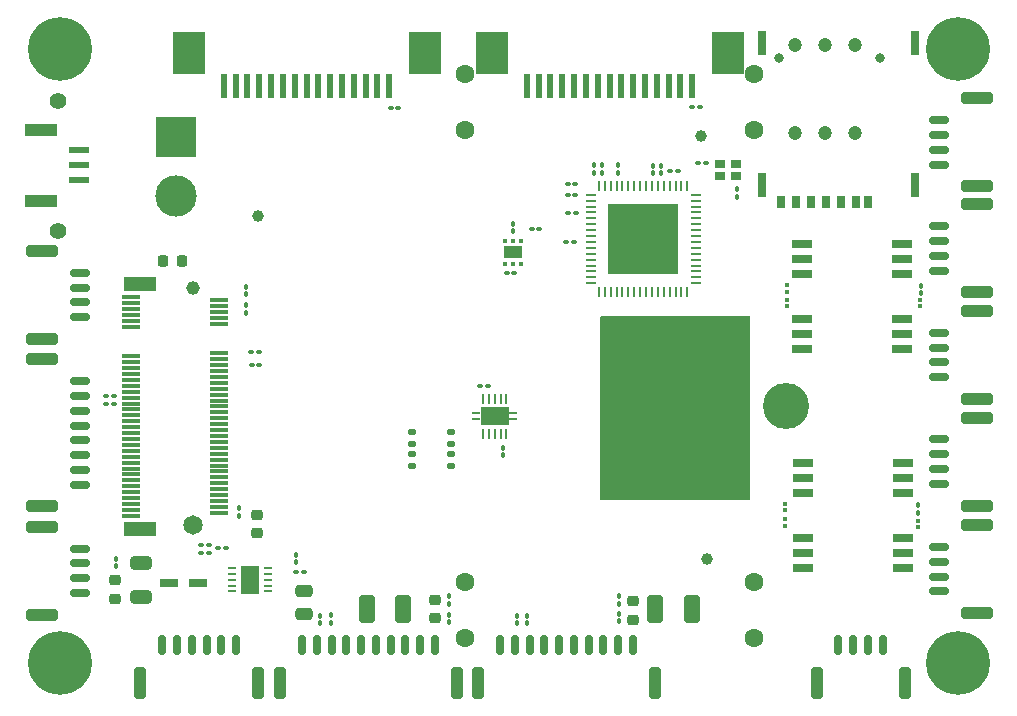
<source format=gbr>
%TF.GenerationSoftware,KiCad,Pcbnew,7.0.6-rc1-29-g152dc56df4*%
%TF.CreationDate,2023-07-03T16:00:48-04:00*%
%TF.ProjectId,pixc4-jetson-universal-carrier,70697863-342d-46a6-9574-736f6e2d756e,rev?*%
%TF.SameCoordinates,Original*%
%TF.FileFunction,Soldermask,Bot*%
%TF.FilePolarity,Negative*%
%FSLAX46Y46*%
G04 Gerber Fmt 4.6, Leading zero omitted, Abs format (unit mm)*
G04 Created by KiCad (PCBNEW 7.0.6-rc1-29-g152dc56df4) date 2023-07-03 16:00:48*
%MOMM*%
%LPD*%
G01*
G04 APERTURE LIST*
G04 Aperture macros list*
%AMRoundRect*
0 Rectangle with rounded corners*
0 $1 Rounding radius*
0 $2 $3 $4 $5 $6 $7 $8 $9 X,Y pos of 4 corners*
0 Add a 4 corners polygon primitive as box body*
4,1,4,$2,$3,$4,$5,$6,$7,$8,$9,$2,$3,0*
0 Add four circle primitives for the rounded corners*
1,1,$1+$1,$2,$3*
1,1,$1+$1,$4,$5*
1,1,$1+$1,$6,$7*
1,1,$1+$1,$8,$9*
0 Add four rect primitives between the rounded corners*
20,1,$1+$1,$2,$3,$4,$5,0*
20,1,$1+$1,$4,$5,$6,$7,0*
20,1,$1+$1,$6,$7,$8,$9,0*
20,1,$1+$1,$8,$9,$2,$3,0*%
G04 Aperture macros list end*
%ADD10C,1.400000*%
%ADD11R,3.500000X3.500000*%
%ADD12C,3.500000*%
%ADD13C,0.800000*%
%ADD14C,5.400000*%
%ADD15C,1.600000*%
%ADD16RoundRect,0.150000X0.150000X0.700000X-0.150000X0.700000X-0.150000X-0.700000X0.150000X-0.700000X0*%
%ADD17RoundRect,0.250000X0.250000X1.100000X-0.250000X1.100000X-0.250000X-1.100000X0.250000X-1.100000X0*%
%ADD18RoundRect,0.150000X-0.700000X0.150000X-0.700000X-0.150000X0.700000X-0.150000X0.700000X0.150000X0*%
%ADD19RoundRect,0.250000X-1.100000X0.250000X-1.100000X-0.250000X1.100000X-0.250000X1.100000X0.250000X0*%
%ADD20R,2.800000X1.000000*%
%ADD21R,1.800000X0.600000*%
%ADD22R,0.350000X0.300000*%
%ADD23C,1.000000*%
%ADD24RoundRect,0.100000X0.100000X-0.130000X0.100000X0.130000X-0.100000X0.130000X-0.100000X-0.130000X0*%
%ADD25R,1.714500X0.762000*%
%ADD26RoundRect,0.100000X-0.100000X0.130000X-0.100000X-0.130000X0.100000X-0.130000X0.100000X0.130000X0*%
%ADD27RoundRect,0.135000X-0.185000X0.135000X-0.185000X-0.135000X0.185000X-0.135000X0.185000X0.135000X0*%
%ADD28RoundRect,0.100000X-0.130000X-0.100000X0.130000X-0.100000X0.130000X0.100000X-0.130000X0.100000X0*%
%ADD29RoundRect,0.218750X-0.218750X-0.256250X0.218750X-0.256250X0.218750X0.256250X-0.218750X0.256250X0*%
%ADD30RoundRect,0.218750X-0.256250X0.218750X-0.256250X-0.218750X0.256250X-0.218750X0.256250X0.218750X0*%
%ADD31C,1.200000*%
%ADD32R,0.800000X1.140000*%
%ADD33R,0.700000X2.100000*%
%ADD34RoundRect,0.100000X0.130000X0.100000X-0.130000X0.100000X-0.130000X-0.100000X0.130000X-0.100000X0*%
%ADD35R,0.812800X0.254000*%
%ADD36R,0.254000X0.812800*%
%ADD37R,5.994400X5.994400*%
%ADD38RoundRect,0.250000X-0.650000X0.325000X-0.650000X-0.325000X0.650000X-0.325000X0.650000X0.325000X0*%
%ADD39R,0.299999X0.449999*%
%ADD40R,1.599999X1.000000*%
%ADD41R,0.280000X0.850000*%
%ADD42R,0.700000X0.280000*%
%ADD43R,2.400000X1.650000*%
%ADD44R,0.711200X0.254000*%
%ADD45R,1.600200X2.387600*%
%ADD46RoundRect,0.225000X0.250000X-0.225000X0.250000X0.225000X-0.250000X0.225000X-0.250000X-0.225000X0*%
%ADD47RoundRect,0.150000X0.700000X-0.150000X0.700000X0.150000X-0.700000X0.150000X-0.700000X-0.150000X0*%
%ADD48RoundRect,0.250000X1.100000X-0.250000X1.100000X0.250000X-1.100000X0.250000X-1.100000X-0.250000X0*%
%ADD49C,3.900000*%
%ADD50R,1.497551X0.711200*%
%ADD51R,0.850000X0.750000*%
%ADD52RoundRect,0.250000X0.412500X0.925000X-0.412500X0.925000X-0.412500X-0.925000X0.412500X-0.925000X0*%
%ADD53R,0.610000X2.000000*%
%ADD54R,2.680000X3.600000*%
%ADD55C,1.150000*%
%ADD56C,1.650000*%
%ADD57R,1.550000X0.300000*%
%ADD58R,2.750000X1.200000*%
%ADD59RoundRect,0.250000X-0.475000X0.250000X-0.475000X-0.250000X0.475000X-0.250000X0.475000X0.250000X0*%
%ADD60RoundRect,0.250000X-0.412500X-0.925000X0.412500X-0.925000X0.412500X0.925000X-0.412500X0.925000X0*%
G04 APERTURE END LIST*
D10*
%TO.C,J27*%
X61310700Y-97173560D03*
X61310700Y-86173560D03*
D11*
X71310700Y-89173560D03*
D12*
X71310700Y-94173560D03*
%TD*%
D13*
%TO.C,J1*%
X59475000Y-81750000D03*
X60068109Y-80318109D03*
X60068109Y-83181891D03*
X61500000Y-79725000D03*
D14*
X61500000Y-81750000D03*
D13*
X61500000Y-83775000D03*
X62931891Y-80318109D03*
X62931891Y-83181891D03*
X63525000Y-81750000D03*
%TD*%
%TO.C,J2*%
X59475000Y-133750000D03*
X60068109Y-132318109D03*
X60068109Y-135181891D03*
X61500000Y-131725000D03*
D14*
X61500000Y-133750000D03*
D13*
X61500000Y-135775000D03*
X62931891Y-132318109D03*
X62931891Y-135181891D03*
X63525000Y-133750000D03*
%TD*%
%TO.C,J3*%
X135475000Y-81750000D03*
X136068109Y-80318109D03*
X136068109Y-83181891D03*
X137500000Y-79725000D03*
D14*
X137500000Y-81750000D03*
D13*
X137500000Y-83775000D03*
X138931891Y-80318109D03*
X138931891Y-83181891D03*
X139525000Y-81750000D03*
%TD*%
%TO.C,J4*%
X135475000Y-133750000D03*
X136068109Y-132318109D03*
X136068109Y-135181891D03*
X137500000Y-131725000D03*
D14*
X137500000Y-133750000D03*
D13*
X137500000Y-135775000D03*
X138931891Y-132318109D03*
X138931891Y-135181891D03*
X139525000Y-133750000D03*
%TD*%
D15*
%TO.C,J5*%
X95750000Y-88625000D03*
X120250000Y-88625000D03*
X95750000Y-83875000D03*
X120250000Y-83875000D03*
%TD*%
%TO.C,J6*%
X95750000Y-131625000D03*
X120250000Y-131625000D03*
X95750000Y-126875000D03*
X120250000Y-126875000D03*
%TD*%
D16*
%TO.C,J18*%
X76410000Y-132211200D03*
X75160000Y-132211200D03*
X73910000Y-132211200D03*
X72660000Y-132211200D03*
X71410000Y-132211200D03*
X70160000Y-132211200D03*
D17*
X78260000Y-135411200D03*
X68310000Y-135411200D03*
%TD*%
D18*
%TO.C,J21*%
X135919600Y-87763334D03*
X135919600Y-89013334D03*
X135919600Y-90263334D03*
X135919600Y-91513334D03*
D19*
X139119600Y-85913334D03*
X139119600Y-93363334D03*
%TD*%
D18*
%TO.C,J22*%
X135919600Y-96740000D03*
X135919600Y-97990000D03*
X135919600Y-99240000D03*
X135919600Y-100490000D03*
D19*
X139119600Y-94890000D03*
X139119600Y-102340000D03*
%TD*%
D18*
%TO.C,J23*%
X135919600Y-105760000D03*
X135919600Y-107010000D03*
X135919600Y-108260000D03*
X135919600Y-109510000D03*
D19*
X139119600Y-103910000D03*
X139119600Y-111360000D03*
%TD*%
D20*
%TO.C,J16*%
X59870000Y-94570000D03*
X59870000Y-88570000D03*
D21*
X63070000Y-92820000D03*
X63070000Y-91570000D03*
X63070000Y-90320000D03*
%TD*%
D18*
%TO.C,J17*%
X135919600Y-123900000D03*
X135919600Y-125150000D03*
X135919600Y-126400000D03*
X135919600Y-127650000D03*
D19*
X139119600Y-122050000D03*
X139119600Y-129500000D03*
%TD*%
D22*
%TO.C,C1*%
X122910600Y-122102400D03*
X122910600Y-121542400D03*
%TD*%
%TO.C,C2*%
X123012200Y-103531000D03*
X123012200Y-102971000D03*
%TD*%
%TO.C,C3*%
X122910600Y-120242400D03*
X122910600Y-120802400D03*
%TD*%
%TO.C,C4*%
X123012200Y-101751200D03*
X123012200Y-102311200D03*
%TD*%
%TO.C,C6*%
X134340600Y-102971600D03*
X134340600Y-103531600D03*
%TD*%
D23*
%TO.C,FID3*%
X115770000Y-89080000D03*
%TD*%
%TO.C,FID5*%
X78280000Y-95850000D03*
%TD*%
%TO.C,FID6*%
X116250000Y-124950000D03*
%TD*%
D24*
%TO.C,R4*%
X134360600Y-102401600D03*
X134360600Y-101761600D03*
%TD*%
D25*
%TO.C,U1*%
X124407250Y-125649800D03*
X124407250Y-124379800D03*
X124407250Y-123109800D03*
X124407250Y-119299800D03*
X124407250Y-118029800D03*
X124407250Y-116759800D03*
X132852750Y-116759800D03*
X132852750Y-118029800D03*
X132852750Y-119299800D03*
X132852750Y-123109800D03*
X132852750Y-124379800D03*
X132852750Y-125649800D03*
%TD*%
%TO.C,U2*%
X124350000Y-107140000D03*
X124350000Y-105870000D03*
X124350000Y-104600000D03*
X124350000Y-100790000D03*
X124350000Y-99520000D03*
X124350000Y-98250000D03*
X132795500Y-98250000D03*
X132795500Y-99520000D03*
X132795500Y-100790000D03*
X132795500Y-104600000D03*
X132795500Y-105870000D03*
X132795500Y-107140000D03*
%TD*%
D22*
%TO.C,C5*%
X134112000Y-121664800D03*
X134112000Y-122224800D03*
%TD*%
D24*
%TO.C,R3*%
X134112000Y-120985200D03*
X134112000Y-120345200D03*
%TD*%
D26*
%TO.C,C50*%
X100228400Y-129728000D03*
X100228400Y-130368000D03*
%TD*%
D27*
%TO.C,R47*%
X91320000Y-116060000D03*
X91320000Y-117080000D03*
%TD*%
D28*
%TO.C,C88*%
X73441200Y-124409200D03*
X74081200Y-124409200D03*
%TD*%
D24*
%TO.C,C56*%
X111709200Y-92257400D03*
X111709200Y-91617400D03*
%TD*%
D29*
%TO.C,D12*%
X70256300Y-99669600D03*
X71831300Y-99669600D03*
%TD*%
D28*
%TO.C,C81*%
X65430000Y-111074200D03*
X66070000Y-111074200D03*
%TD*%
D30*
%TO.C,D13*%
X66192400Y-126720800D03*
X66192400Y-128295800D03*
%TD*%
D24*
%TO.C,R50*%
X66217800Y-125527200D03*
X66217800Y-124887200D03*
%TD*%
D13*
%TO.C,J31*%
X122403400Y-82473800D03*
D31*
X123723400Y-81423800D03*
X123723400Y-88823800D03*
X126263400Y-81423800D03*
X126263400Y-88823800D03*
X128803400Y-81423800D03*
X128803400Y-88823800D03*
D13*
X130903400Y-82473800D03*
D32*
X127653400Y-94703800D03*
X125113400Y-94703800D03*
X122573400Y-94703800D03*
X128923400Y-94703800D03*
X126383400Y-94703800D03*
X123843400Y-94703800D03*
X129873400Y-94703800D03*
D33*
X120903400Y-93223800D03*
X133903400Y-93223800D03*
X120903400Y-81223800D03*
X133903400Y-81223800D03*
%TD*%
D34*
%TO.C,R48*%
X74081600Y-123698000D03*
X73441600Y-123698000D03*
%TD*%
D35*
%TO.C,IC1*%
X115316000Y-94068001D03*
X115316000Y-94568000D03*
X115316000Y-95068001D03*
X115316000Y-95568000D03*
X115316000Y-96068002D03*
X115316000Y-96568001D03*
X115316000Y-97068000D03*
X115316000Y-97568001D03*
X115316000Y-98068001D03*
X115316000Y-98568002D03*
X115316000Y-99068001D03*
X115316000Y-99568000D03*
X115316000Y-100068002D03*
X115316000Y-100568001D03*
X115316000Y-101068002D03*
X115316000Y-101568001D03*
D36*
X114617599Y-102266402D03*
X114117600Y-102266402D03*
X113617599Y-102266402D03*
X113117600Y-102266402D03*
X112617598Y-102266402D03*
X112117599Y-102266402D03*
X111617600Y-102266402D03*
X111117599Y-102266402D03*
X110617599Y-102266402D03*
X110117598Y-102266402D03*
X109617599Y-102266402D03*
X109117600Y-102266402D03*
X108617598Y-102266402D03*
X108117599Y-102266402D03*
X107617598Y-102266402D03*
X107117599Y-102266402D03*
D35*
X106419198Y-101568001D03*
X106419198Y-101068002D03*
X106419198Y-100568001D03*
X106419198Y-100068002D03*
X106419198Y-99568000D03*
X106419198Y-99068001D03*
X106419198Y-98568002D03*
X106419198Y-98068001D03*
X106419198Y-97568001D03*
X106419198Y-97068000D03*
X106419198Y-96568001D03*
X106419198Y-96068002D03*
X106419198Y-95568000D03*
X106419198Y-95068001D03*
X106419198Y-94568000D03*
X106419198Y-94068001D03*
D36*
X107117599Y-93369600D03*
X107617598Y-93369600D03*
X108117599Y-93369600D03*
X108617598Y-93369600D03*
X109117600Y-93369600D03*
X109617599Y-93369600D03*
X110117598Y-93369600D03*
X110617599Y-93369600D03*
X111117599Y-93369600D03*
X111617600Y-93369600D03*
X112117599Y-93369600D03*
X112617598Y-93369600D03*
X113117600Y-93369600D03*
X113617599Y-93369600D03*
X114117600Y-93369600D03*
X114617599Y-93369600D03*
D37*
X110867599Y-97818001D03*
%TD*%
D34*
%TO.C,R49*%
X75529400Y-123952000D03*
X74889400Y-123952000D03*
%TD*%
D38*
%TO.C,C89*%
X68326000Y-125220600D03*
X68326000Y-128170600D03*
%TD*%
D34*
%TO.C,R32*%
X113807200Y-92024200D03*
X113167200Y-92024200D03*
%TD*%
D26*
%TO.C,C44*%
X118821200Y-93609200D03*
X118821200Y-94249200D03*
%TD*%
D39*
%TO.C,U11*%
X99207800Y-97967800D03*
X99857801Y-97967800D03*
X100507800Y-97967800D03*
X100507800Y-99917798D03*
X99857801Y-99917798D03*
X99207800Y-99917798D03*
D40*
X99857801Y-98942799D03*
%TD*%
D24*
%TO.C,C82*%
X76657200Y-121274800D03*
X76657200Y-120634800D03*
%TD*%
D27*
%TO.C,R51*%
X91320000Y-114130000D03*
X91320000Y-115150000D03*
%TD*%
%TO.C,R53*%
X94640000Y-116060000D03*
X94640000Y-117080000D03*
%TD*%
D41*
%TO.C,U10*%
X97301600Y-111349200D03*
X97801600Y-111349200D03*
X98301600Y-111349200D03*
X98801600Y-111349200D03*
X99301600Y-111349200D03*
X99301600Y-114299200D03*
X98801600Y-114299200D03*
X98301600Y-114299200D03*
X97801600Y-114299200D03*
X97301600Y-114299200D03*
D42*
X99851600Y-112574200D03*
X96751600Y-112574200D03*
D43*
X98301600Y-112824200D03*
D42*
X99851600Y-113074200D03*
X96751600Y-113074200D03*
%TD*%
D44*
%TO.C,U12*%
X79070200Y-125660398D03*
X79070200Y-126160400D03*
X79070200Y-126660399D03*
X79070200Y-127160398D03*
X79070200Y-127660400D03*
X76073000Y-127660400D03*
X76073000Y-127160398D03*
X76073000Y-126660399D03*
X76073000Y-126160400D03*
X76073000Y-125660398D03*
D45*
X77571600Y-126660399D03*
%TD*%
D26*
%TO.C,C58*%
X108762800Y-91587800D03*
X108762800Y-92227800D03*
%TD*%
D28*
%TO.C,C43*%
X115544600Y-91414600D03*
X116184600Y-91414600D03*
%TD*%
D16*
%TO.C,J32*%
X131160000Y-132190000D03*
X129910000Y-132190000D03*
X128660000Y-132190000D03*
X127410000Y-132190000D03*
D17*
X133010000Y-135390000D03*
X125560000Y-135390000D03*
%TD*%
D24*
%TO.C,C75*%
X108864400Y-128717000D03*
X108864400Y-128077000D03*
%TD*%
D34*
%TO.C,R44*%
X78374200Y-108483400D03*
X77734200Y-108483400D03*
%TD*%
D24*
%TO.C,R37*%
X106680000Y-92217200D03*
X106680000Y-91577200D03*
%TD*%
D46*
%TO.C,C83*%
X78155800Y-122695000D03*
X78155800Y-121145000D03*
%TD*%
D47*
%TO.C,J13*%
X63170000Y-118610000D03*
X63170000Y-117360000D03*
X63170000Y-116110000D03*
X63170000Y-114860000D03*
X63170000Y-113610000D03*
X63170000Y-112360000D03*
X63170000Y-111110000D03*
X63170000Y-109860000D03*
D48*
X59970000Y-120460000D03*
X59970000Y-108010000D03*
%TD*%
D16*
%TO.C,J29*%
X110010000Y-132211200D03*
X108760000Y-132211200D03*
X107510000Y-132211200D03*
X106260000Y-132211200D03*
X105010000Y-132211200D03*
X103760000Y-132211200D03*
X102510000Y-132211200D03*
X101260000Y-132211200D03*
X100010000Y-132211200D03*
X98760000Y-132211200D03*
D17*
X111860000Y-135411200D03*
X96910000Y-135411200D03*
%TD*%
D26*
%TO.C,C45*%
X101041200Y-129728000D03*
X101041200Y-130368000D03*
%TD*%
%TO.C,C54*%
X94411800Y-129616200D03*
X94411800Y-130256200D03*
%TD*%
D24*
%TO.C,C74*%
X94411800Y-128706400D03*
X94411800Y-128066400D03*
%TD*%
D49*
%TO.C,SP1*%
X123000000Y-112000000D03*
%TD*%
D47*
%TO.C,J33*%
X63170000Y-104440000D03*
X63170000Y-103190000D03*
X63170000Y-101940000D03*
X63170000Y-100690000D03*
D48*
X59970000Y-106290000D03*
X59970000Y-98840000D03*
%TD*%
D26*
%TO.C,C53*%
X108864400Y-129540000D03*
X108864400Y-130180000D03*
%TD*%
D28*
%TO.C,R40*%
X104378800Y-98094800D03*
X105018800Y-98094800D03*
%TD*%
%TO.C,C28*%
X89502200Y-86718400D03*
X90142200Y-86718400D03*
%TD*%
D50*
%TO.C,L4*%
X73190624Y-126949200D03*
X70725776Y-126949200D03*
%TD*%
D24*
%TO.C,C55*%
X112369600Y-92257800D03*
X112369600Y-91617800D03*
%TD*%
D34*
%TO.C,R45*%
X78348800Y-107416600D03*
X77708800Y-107416600D03*
%TD*%
%TO.C,R22*%
X105131000Y-94081600D03*
X104491000Y-94081600D03*
%TD*%
D28*
%TO.C,C79*%
X99324200Y-100660200D03*
X99964200Y-100660200D03*
%TD*%
D30*
%TO.C,FB1*%
X110032800Y-128498500D03*
X110032800Y-130073500D03*
%TD*%
D47*
%TO.C,J25*%
X63190000Y-127780000D03*
X63190000Y-126530000D03*
X63190000Y-125280000D03*
X63190000Y-124030000D03*
D48*
X59990000Y-129630000D03*
X59990000Y-122180000D03*
%TD*%
D26*
%TO.C,R41*%
X99872800Y-96540400D03*
X99872800Y-97180400D03*
%TD*%
D16*
%TO.C,J24*%
X93240000Y-132211200D03*
X91990000Y-132211200D03*
X90740000Y-132211200D03*
X89490000Y-132211200D03*
X88240000Y-132211200D03*
X86990000Y-132211200D03*
X85740000Y-132211200D03*
X84490000Y-132211200D03*
X83240000Y-132211200D03*
X81990000Y-132211200D03*
D17*
X95090000Y-135411200D03*
X80140000Y-135411200D03*
%TD*%
D26*
%TO.C,C52*%
X83540600Y-129702600D03*
X83540600Y-130342600D03*
%TD*%
%TO.C,C78*%
X107416600Y-91587400D03*
X107416600Y-92227400D03*
%TD*%
D34*
%TO.C,R23*%
X105135200Y-93192600D03*
X104495200Y-93192600D03*
%TD*%
D51*
%TO.C,U8*%
X118770400Y-92481400D03*
X117420400Y-92481400D03*
X117420400Y-91431400D03*
X118770400Y-91431400D03*
%TD*%
D18*
%TO.C,J19*%
X135919600Y-114790000D03*
X135919600Y-116040000D03*
X135919600Y-117290000D03*
X135919600Y-118540000D03*
D19*
X139119600Y-112940000D03*
X139119600Y-120390000D03*
%TD*%
D30*
%TO.C,FB3*%
X93218000Y-128371500D03*
X93218000Y-129946500D03*
%TD*%
D26*
%TO.C,C51*%
X84480400Y-129677200D03*
X84480400Y-130317200D03*
%TD*%
D52*
%TO.C,C76*%
X90539100Y-129133600D03*
X87464100Y-129133600D03*
%TD*%
D53*
%TO.C,J14*%
X101026200Y-84828400D03*
X102026200Y-84828400D03*
X103026200Y-84828400D03*
X104026200Y-84828400D03*
X105026200Y-84828400D03*
X106026200Y-84828400D03*
X107026200Y-84828400D03*
X108026200Y-84828400D03*
X109026200Y-84828400D03*
X110026200Y-84828400D03*
X111026200Y-84828400D03*
X112026200Y-84828400D03*
X113026200Y-84828400D03*
X114026200Y-84828400D03*
X115026200Y-84828400D03*
D54*
X98036200Y-82028400D03*
X118016200Y-82028400D03*
%TD*%
D55*
%TO.C,J30*%
X72750000Y-102000000D03*
D56*
X72750000Y-122000000D03*
D57*
X67525000Y-102750000D03*
X74975000Y-103000000D03*
X67525000Y-103250000D03*
X74975000Y-103500000D03*
X67525000Y-103750000D03*
X74975000Y-104000000D03*
X67525000Y-104250000D03*
X74975000Y-104500000D03*
X67525000Y-104750000D03*
X74975000Y-105000000D03*
X67525000Y-105250000D03*
X74975000Y-107500000D03*
X67525000Y-107750000D03*
X74975000Y-108000000D03*
X67525000Y-108250000D03*
X74975000Y-108500000D03*
X67525000Y-108750000D03*
X74975000Y-109000000D03*
X67525000Y-109250000D03*
X74975000Y-109500000D03*
X67525000Y-109750000D03*
X74975000Y-110000000D03*
X67525000Y-110250000D03*
X74975000Y-110500000D03*
X67525000Y-110750000D03*
X74975000Y-111000000D03*
X67525000Y-111250000D03*
X74975000Y-111500000D03*
X67525000Y-111750000D03*
X74975000Y-112000000D03*
X67525000Y-112250000D03*
X74975000Y-112500000D03*
X67525000Y-112750000D03*
X74975000Y-113000000D03*
X67525000Y-113250000D03*
X74975000Y-113500000D03*
X67525000Y-113750000D03*
X74975000Y-114000000D03*
X67525000Y-114250000D03*
X74975000Y-114500000D03*
X67525000Y-114750000D03*
X74975000Y-115000000D03*
X67525000Y-115250000D03*
X74975000Y-115500000D03*
X67525000Y-115750000D03*
X74975000Y-116000000D03*
X67525000Y-116250000D03*
X74975000Y-116500000D03*
X67525000Y-116750000D03*
X74975000Y-117000000D03*
X67525000Y-117250000D03*
X74975000Y-117500000D03*
X67525000Y-117750000D03*
X74975000Y-118000000D03*
X67525000Y-118250000D03*
X74975000Y-118500000D03*
X67525000Y-118750000D03*
X74975000Y-119000000D03*
X67525000Y-119250000D03*
X74975000Y-119500000D03*
X67525000Y-119750000D03*
X74975000Y-120000000D03*
X67525000Y-120250000D03*
X74975000Y-120500000D03*
X67525000Y-120750000D03*
X74975000Y-121000000D03*
X67525000Y-121250000D03*
D58*
X68250000Y-101650000D03*
X68250000Y-122350000D03*
%TD*%
D34*
%TO.C,C73*%
X97729000Y-110236000D03*
X97089000Y-110236000D03*
%TD*%
D28*
%TO.C,C80*%
X65430000Y-111810800D03*
X66070000Y-111810800D03*
%TD*%
%TO.C,R26*%
X101425000Y-97000000D03*
X102065000Y-97000000D03*
%TD*%
D27*
%TO.C,R52*%
X94630000Y-114130000D03*
X94630000Y-115150000D03*
%TD*%
D28*
%TO.C,R39*%
X104531200Y-95605600D03*
X105171200Y-95605600D03*
%TD*%
D59*
%TO.C,C87*%
X82118200Y-127640000D03*
X82118200Y-129540000D03*
%TD*%
D24*
%TO.C,C86*%
X81508600Y-125197000D03*
X81508600Y-124557000D03*
%TD*%
D28*
%TO.C,C29*%
X115037200Y-86678400D03*
X115677200Y-86678400D03*
%TD*%
D26*
%TO.C,R42*%
X77241400Y-103428400D03*
X77241400Y-104068400D03*
%TD*%
D60*
%TO.C,C77*%
X111910800Y-129133600D03*
X114985800Y-129133600D03*
%TD*%
D24*
%TO.C,R33*%
X99030000Y-116140000D03*
X99030000Y-115500000D03*
%TD*%
D26*
%TO.C,R43*%
X77241400Y-101864200D03*
X77241400Y-102504200D03*
%TD*%
D34*
%TO.C,R46*%
X82148200Y-125984000D03*
X81508200Y-125984000D03*
%TD*%
D53*
%TO.C,J8*%
X75372200Y-84828400D03*
X76372200Y-84828400D03*
X77372200Y-84828400D03*
X78372200Y-84828400D03*
X79372200Y-84828400D03*
X80372200Y-84828400D03*
X81372200Y-84828400D03*
X82372200Y-84828400D03*
X83372200Y-84828400D03*
X84372200Y-84828400D03*
X85372200Y-84828400D03*
X86372200Y-84828400D03*
X87372200Y-84828400D03*
X88372200Y-84828400D03*
X89372200Y-84828400D03*
D54*
X72382200Y-82028400D03*
X92362200Y-82028400D03*
%TD*%
G36*
X119893039Y-104360485D02*
G01*
X119938794Y-104413289D01*
X119950000Y-104464800D01*
X119950000Y-119762400D01*
X119930315Y-119829439D01*
X119877511Y-119875194D01*
X119826000Y-119886400D01*
X107314000Y-119886400D01*
X107246961Y-119866715D01*
X107201206Y-119813911D01*
X107190000Y-119762400D01*
X107190000Y-104464800D01*
X107209685Y-104397761D01*
X107262489Y-104352006D01*
X107314000Y-104340800D01*
X119826000Y-104340800D01*
X119893039Y-104360485D01*
G37*
M02*

</source>
